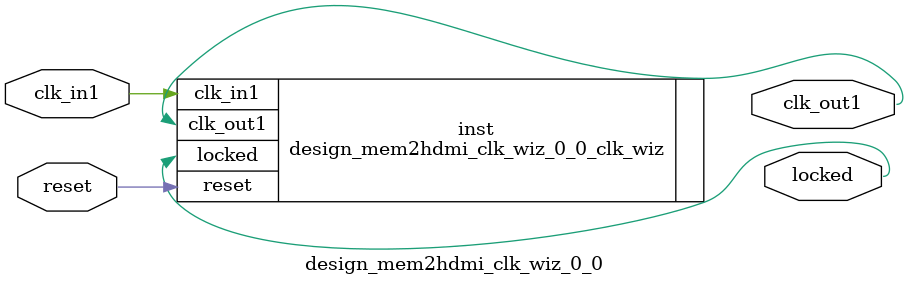
<source format=v>


`timescale 1ps/1ps

(* CORE_GENERATION_INFO = "design_mem2hdmi_clk_wiz_0_0,clk_wiz_v5_4_3_0,{component_name=design_mem2hdmi_clk_wiz_0_0,use_phase_alignment=true,use_min_o_jitter=false,use_max_i_jitter=false,use_dyn_phase_shift=false,use_inclk_switchover=false,use_dyn_reconfig=false,enable_axi=0,feedback_source=FDBK_AUTO,PRIMITIVE=MMCM,num_out_clk=1,clkin1_period=8.000,clkin2_period=10.000,use_power_down=false,use_reset=true,use_locked=true,use_inclk_stopped=false,feedback_type=SINGLE,CLOCK_MGR_TYPE=NA,manual_override=false}" *)

module design_mem2hdmi_clk_wiz_0_0 
 (
  // Clock out ports
  output        clk_out1,
  // Status and control signals
  input         reset,
  output        locked,
 // Clock in ports
  input         clk_in1
 );

  design_mem2hdmi_clk_wiz_0_0_clk_wiz inst
  (
  // Clock out ports  
  .clk_out1(clk_out1),
  // Status and control signals               
  .reset(reset), 
  .locked(locked),
 // Clock in ports
  .clk_in1(clk_in1)
  );

endmodule

</source>
